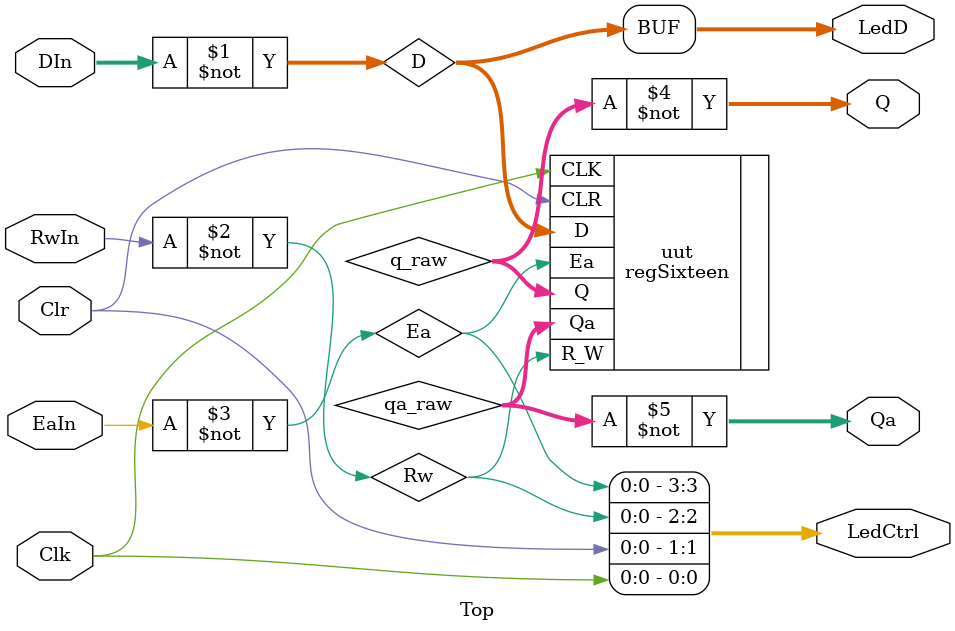
<source format=v>
module Top (
    input  wire        Clk,
    input  wire        Clr,
    input  wire        RwIn,
    input  wire        EaIn,
    input  wire [15:0] DIn,
    output wire [15:0] Q,
    output wire [15:0] Qa,
    output wire [3:0]  LedCtrl,
    output wire [15:0] LedD
);

    wire [15:0] D;
    wire        Rw;
    wire        Ea;
	 wire [15:0] q_raw, qa_raw;

    assign D  = ~DIn;
    assign Rw = ~RwIn;
    assign Ea = ~EaIn;
	 

    regSixteen uut (
        .CLK(Clk),
        .CLR(Clr),
        .R_W(Rw),
        .Ea(Ea),
        .D(D),
        .Q(q_raw),
        .Qa(qa_raw)
    );
	 
	 assign Q  = ~q_raw;
	 assign Qa = ~qa_raw;

    assign LedCtrl[0] = Clk;
    assign LedCtrl[1] = Clr;
    assign LedCtrl[2] = Rw;
    assign LedCtrl[3] = Ea;

    assign LedD = D;

endmodule

</source>
